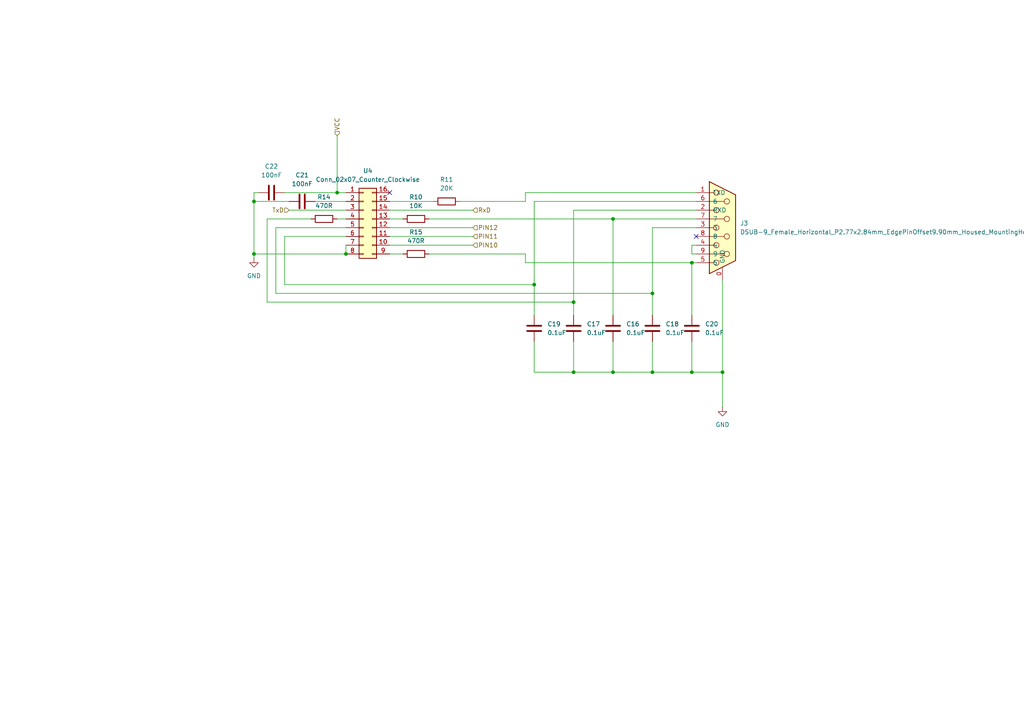
<source format=kicad_sch>
(kicad_sch (version 20250114) (generator "eeschema") (generator_version "9.0")
  (paper "A4")
  (lib_symbols
    (symbol "Connector_Generic:Conn_02x08_Counter_Clockwise" (pin_names (offset 1.016) (hide yes))
      (property "Reference" "J" (at 1.27 10.16 0))
      (property "Value" "Conn_02x08_Counter_Clockwise" (at 1.27 -12.7 0))
      (symbol "Conn_02x08_Counter_Clockwise_1_1"
        (rectangle (start -1.27 8.89) (end 3.81 -11.43) (stroke (width 0.254)) (fill (type background)))
        (rectangle (start -1.27 7.747) (end 0 7.493) (stroke (width 0.1524)))
        (rectangle (start -1.27 5.207) (end 0 4.953) (stroke (width 0.1524)))
        (rectangle (start -1.27 2.667) (end 0 2.413) (stroke (width 0.1524)))
        (rectangle (start -1.27 0.127) (end 0 -0.127) (stroke (width 0.1524)))
        (rectangle (start -1.27 -2.413) (end 0 -2.667) (stroke (width 0.1524)))
        (rectangle (start -1.27 -4.953) (end 0 -5.207) (stroke (width 0.1524)))
        (rectangle (start -1.27 -7.493) (end 0 -7.747) (stroke (width 0.1524)))
        (rectangle (start -1.27 -10.033) (end 0 -10.287) (stroke (width 0.1524)))
        (rectangle (start 3.81 7.747) (end 2.54 7.493) (stroke (width 0.1524)))
        (rectangle (start 3.81 5.207) (end 2.54 4.953) (stroke (width 0.1524)))
        (rectangle (start 3.81 2.667) (end 2.54 2.413) (stroke (width 0.1524)))
        (rectangle (start 3.81 0.127) (end 2.54 -0.127) (stroke (width 0.1524)))
        (rectangle (start 3.81 -2.413) (end 2.54 -2.667) (stroke (width 0.1524)))
        (rectangle (start 3.81 -4.953) (end 2.54 -5.207) (stroke (width 0.1524)))
        (rectangle (start 3.81 -7.493) (end 2.54 -7.747) (stroke (width 0.1524)))
        (rectangle (start 3.81 -10.033) (end 2.54 -10.287) (stroke (width 0.1524)))
        (pin passive line (at -5.08 7.62 0) (length 3.81) (name "Pin_1") (number "1"))
        (pin passive line (at -5.08 5.08 0) (length 3.81) (name "Pin_2") (number "2"))
        (pin passive line (at -5.08 2.54 0) (length 3.81) (name "Pin_3") (number "3"))
        (pin passive line (at -5.08 0 0) (length 3.81) (name "Pin_4") (number "4"))
        (pin passive line (at -5.08 -2.54 0) (length 3.81) (name "Pin_5") (number "5"))
        (pin passive line (at -5.08 -5.08 0) (length 3.81) (name "Pin_6") (number "6"))
        (pin passive line (at -5.08 -7.62 0) (length 3.81) (name "Pin_7") (number "7"))
        (pin passive line (at -5.08 -10.16 0) (length 3.81) (name "Pin_8") (number "8"))
        (pin passive line (at 7.62 7.62 180) (length 3.81) (name "Pin_16") (number "16"))
        (pin passive line (at 7.62 5.08 180) (length 3.81) (name "Pin_15") (number "15"))
        (pin passive line (at 7.62 2.54 180) (length 3.81) (name "Pin_14") (number "14"))
        (pin passive line (at 7.62 0 180) (length 3.81) (name "Pin_13") (number "13"))
        (pin passive line (at 7.62 -2.54 180) (length 3.81) (name "Pin_12") (number "12"))
        (pin passive line (at 7.62 -5.08 180) (length 3.81) (name "Pin_11") (number "11"))
        (pin passive line (at 7.62 -7.62 180) (length 3.81) (name "Pin_10") (number "10"))
        (pin passive line (at 7.62 -10.16 180) (length 3.81) (name "Pin_9") (number "9"))
      )
    )
    (symbol "Device:C" (pin_numbers (hide yes)) (pin_names (offset 0.254))
      (property "Reference" "C" (at 0.635 2.54 0))
      (property "Value" "C" (at 0.635 -2.54 0))
      (symbol "C_0_1"
        (polyline (pts (xy -2.032 0.762) (xy 2.032 0.762)) (stroke (width 0.508)))
        (polyline (pts (xy -2.032 -0.762) (xy 2.032 -0.762)) (stroke (width 0.508)))
      )
      (symbol "C_1_1"
        (pin passive line (at 0 3.81 270) (length 2.794) (name "~") (number "1"))
        (pin passive line (at 0 -3.81 90) (length 2.794) (name "~") (number "2"))
      )
    )
    (symbol "Device:R" (pin_numbers (hide yes)) (pin_names (offset 0))
      (property "Reference" "R" (at 2.032 0 90))
      (property "Value" "R" (at 0 0 90))
      (symbol "R_0_1"
        (rectangle (start -1.016 -2.54) (end 1.016 2.54) (stroke (width 0.254)))
      )
      (symbol "R_1_1"
        (pin passive line (at 0 3.81 270) (length 1.27) (name "~") (number "1"))
        (pin passive line (at 0 -3.81 90) (length 1.27) (name "~") (number "2"))
      )
    )
    (symbol "apc-custom:APC_smart_RS232_DE9_socket" (pin_names (offset 1.016))
      (property "Reference" "J" (at 0 16.51 0))
      (property "Value" "APC_smart_RS232_DE9_socket" (at 0 14.605 0))
      (symbol "APC_smart_RS232_DE9_socket_0_1"
        (polyline (pts (xy -3.81 13.335) (xy -3.81 -13.335) (xy 3.81 -9.525) (xy 3.81 9.525) (xy -3.81 13.335)) (stroke (width 0.254)) (fill (type background)))
        (polyline (pts (xy -3.81 10.16) (xy -2.54 10.16)))
        (polyline (pts (xy -3.81 7.62) (xy 0.508 7.62)))
        (polyline (pts (xy -3.81 5.08) (xy -2.54 5.08)))
        (polyline (pts (xy -3.81 2.54) (xy 0.508 2.54)))
        (polyline (pts (xy -3.81 0) (xy -2.54 0)))
        (polyline (pts (xy -3.81 -2.54) (xy 0.508 -2.54)))
        (polyline (pts (xy -3.81 -5.08) (xy -2.54 -5.08)))
        (polyline (pts (xy -3.81 -7.62) (xy 0.508 -7.62)))
        (polyline (pts (xy -3.81 -10.16) (xy -2.54 -10.16)))
        (circle (center -1.778 10.16) (radius 0.762))
        (circle (center -1.778 5.08) (radius 0.762))
        (circle (center -1.778 0) (radius 0.762))
        (circle (center -1.778 -5.08) (radius 0.762))
        (circle (center -1.778 -10.16) (radius 0.762))
        (circle (center 1.27 7.62) (radius 0.762))
        (circle (center 1.27 2.54) (radius 0.762))
        (circle (center 1.27 -2.54) (radius 0.762))
        (circle (center 1.27 -7.62) (radius 0.762))
      )
      (symbol "APC_smart_RS232_DE9_socket_1_1"
        (pin passive line (at -7.62 10.16 0) (length 3.81) (name "TXD") (number "1"))
        (pin passive line (at -7.62 7.62 0) (length 3.81) (name "6") (number "6"))
        (pin passive line (at -7.62 5.08 0) (length 3.81) (name "RXD") (number "2"))
        (pin passive line (at -7.62 2.54 0) (length 3.81) (name "7") (number "7"))
        (pin passive line (at -7.62 0 0) (length 3.81) (name "3") (number "3"))
        (pin passive line (at -7.62 -2.54 0) (length 3.81) (name "8") (number "8"))
        (pin passive line (at -7.62 -5.08 0) (length 3.81) (name "4") (number "4"))
        (pin passive line (at -7.62 -7.62 0) (length 3.81) (name "9") (number "9"))
        (pin passive line (at -7.62 -10.16 0) (length 3.81) (name "5") (number "5"))
        (pin passive line (at 0 -15.24 90) (length 3.81) (name "GND") (number "0"))
      )
    )
    (symbol "power:GND" (power) (pin_numbers (hide yes)) (pin_names (offset 0) (hide yes))
      (property "Value" "GND" (at 0 -3.81 0))
      (symbol "GND_0_1"
        (polyline (pts (xy 0 0) (xy 0 -1.27) (xy 1.27 -1.27) (xy 0 -2.54) (xy -1.27 -1.27) (xy 0 -1.27)))
      )
      (symbol "GND_1_1"
        (pin power_in line (at 0 0 270) (length 0) (name "~") (number "1"))
      )
    )
  )
  (junction (at 97.79 55.88))
  (junction (at 154.94 82.55))
  (junction (at 200.66 76.2))
  (junction (at 166.37 87.63))
  (junction (at 73.66 58.42))
  (junction (at 100.33 73.66))
  (junction (at 200.66 107.95))
  (junction (at 209.55 107.95))
  (junction (at 73.66 73.66))
  (junction (at 177.8 63.5))
  (junction (at 189.23 85.09))
  (junction (at 189.23 107.95))
  (junction (at 166.37 107.95))
  (junction (at 177.8 107.95))
  (no_connect (at 113.03 55.88))
  (no_connect (at 201.93 68.58))
  (wire (pts (xy 74.93 55.88) (xy 73.66 55.88)))
  (wire (pts (xy 209.55 81.28) (xy 209.55 107.95)))
  (wire (pts (xy 82.55 68.58) (xy 100.33 68.58)))
  (wire (pts (xy 113.03 58.42) (xy 125.73 58.42)))
  (wire (pts (xy 189.23 85.09) (xy 189.23 91.44)))
  (wire (pts (xy 113.03 73.66) (xy 116.84 73.66)))
  (wire (pts (xy 189.23 66.04) (xy 201.93 66.04)))
  (wire (pts (xy 166.37 87.63) (xy 166.37 91.44)))
  (wire (pts (xy 73.66 58.42) (xy 73.66 73.66)))
  (wire (pts (xy 200.66 71.12) (xy 200.66 73.66)))
  (wire (pts (xy 77.47 63.5) (xy 77.47 87.63)))
  (wire (pts (xy 97.79 39.37) (xy 97.79 55.88)))
  (wire (pts (xy 152.4 55.88) (xy 201.93 55.88)))
  (wire (pts (xy 91.44 58.42) (xy 100.33 58.42)))
  (wire (pts (xy 154.94 58.42) (xy 201.93 58.42)))
  (wire (pts (xy 97.79 55.88) (xy 100.33 55.88)))
  (wire (pts (xy 154.94 58.42) (xy 154.94 82.55)))
  (wire (pts (xy 200.66 107.95) (xy 209.55 107.95)))
  (wire (pts (xy 152.4 55.88) (xy 152.4 58.42)))
  (wire (pts (xy 124.46 73.66) (xy 152.4 73.66)))
  (wire (pts (xy 166.37 107.95) (xy 154.94 107.95)))
  (wire (pts (xy 166.37 99.06) (xy 166.37 107.95)))
  (wire (pts (xy 80.01 85.09) (xy 80.01 66.04)))
  (wire (pts (xy 177.8 63.5) (xy 177.8 91.44)))
  (wire (pts (xy 177.8 63.5) (xy 201.93 63.5)))
  (wire (pts (xy 152.4 73.66) (xy 152.4 76.2)))
  (wire (pts (xy 166.37 87.63) (xy 166.37 60.96)))
  (wire (pts (xy 77.47 87.63) (xy 166.37 87.63)))
  (wire (pts (xy 82.55 82.55) (xy 154.94 82.55)))
  (wire (pts (xy 82.55 55.88) (xy 97.79 55.88)))
  (wire (pts (xy 73.66 73.66) (xy 73.66 74.93)))
  (wire (pts (xy 124.46 63.5) (xy 177.8 63.5)))
  (wire (pts (xy 77.47 63.5) (xy 90.17 63.5)))
  (wire (pts (xy 154.94 82.55) (xy 154.94 91.44)))
  (wire (pts (xy 189.23 107.95) (xy 200.66 107.95)))
  (wire (pts (xy 83.82 60.96) (xy 100.33 60.96)))
  (wire (pts (xy 177.8 99.06) (xy 177.8 107.95)))
  (wire (pts (xy 200.66 76.2) (xy 152.4 76.2)))
  (wire (pts (xy 97.79 63.5) (xy 100.33 63.5)))
  (wire (pts (xy 189.23 66.04) (xy 189.23 85.09)))
  (wire (pts (xy 200.66 76.2) (xy 200.66 91.44)))
  (wire (pts (xy 113.03 71.12) (xy 137.16 71.12)))
  (wire (pts (xy 166.37 107.95) (xy 177.8 107.95)))
  (wire (pts (xy 209.55 118.11) (xy 209.55 107.95)))
  (wire (pts (xy 73.66 58.42) (xy 83.82 58.42)))
  (wire (pts (xy 80.01 85.09) (xy 189.23 85.09)))
  (wire (pts (xy 82.55 82.55) (xy 82.55 68.58)))
  (wire (pts (xy 100.33 71.12) (xy 100.33 73.66)))
  (wire (pts (xy 201.93 71.12) (xy 200.66 71.12)))
  (wire (pts (xy 200.66 76.2) (xy 201.93 76.2)))
  (wire (pts (xy 200.66 99.06) (xy 200.66 107.95)))
  (wire (pts (xy 113.03 60.96) (xy 137.16 60.96)))
  (wire (pts (xy 189.23 99.06) (xy 189.23 107.95)))
  (wire (pts (xy 80.01 66.04) (xy 100.33 66.04)))
  (wire (pts (xy 73.66 73.66) (xy 100.33 73.66)))
  (wire (pts (xy 177.8 107.95) (xy 189.23 107.95)))
  (wire (pts (xy 154.94 99.06) (xy 154.94 107.95)))
  (wire (pts (xy 113.03 68.58) (xy 137.16 68.58)))
  (wire (pts (xy 200.66 73.66) (xy 201.93 73.66)))
  (wire (pts (xy 166.37 60.96) (xy 201.93 60.96)))
  (wire (pts (xy 133.35 58.42) (xy 152.4 58.42)))
  (wire (pts (xy 113.03 63.5) (xy 116.84 63.5)))
  (wire (pts (xy 73.66 55.88) (xy 73.66 58.42)))
  (wire (pts (xy 113.03 66.04) (xy 137.16 66.04)))
  (hierarchical_label "PIN10" (shape input) (at 137.16 71.12 0))
  (hierarchical_label "PIN12" (shape input) (at 137.16 66.04 0))
  (hierarchical_label "TxD" (shape input) (at 83.82 60.96 180))
  (hierarchical_label "PIN11" (shape input) (at 137.16 68.58 0))
  (hierarchical_label "RxD" (shape input) (at 137.16 60.96 0))
  (hierarchical_label "VCC" (shape input) (at 97.79 39.37 90))
  (symbol (lib_id "Connector_Generic:Conn_02x08_Counter_Clockwise") (at 105.41 63.5 0) (unit 1)
    (property "Reference" "U4" (at 106.68 49.53 0))
    (property "Value" "Conn_02x07_Counter_Clockwise" (at 106.68 52.07 0))
    (property "Footprint" "Package_DIP:DIP-16_W7.62mm" (effects (hide yes)))
    (property "Description" "Generic connector, double row, 02x08, counter clockwise pin numbering scheme (similar to DIP package numbering), script generated (kicad-library-utils/schlib/autogen/connector/)" (effects (hide yes)))
  )
  (symbol (lib_id "Device:C") (at 166.37 95.25 180) (unit 1)
    (property "Reference" "C17" (at 170.18 93.9799 0) (effects (justify right)))
    (property "Value" "0.1uF" (at 170.18 96.5199 0) (effects (justify right)))
    (property "Footprint" "apc-custom:C_Tant_L9.0mm_W2.5mm_P7.50mm_MKT" (effects (hide yes)))
  )
  (symbol (lib_id "Device:R") (at 120.65 63.5 270) (unit 1)
    (property "Reference" "R10" (at 120.65 57.15 90))
    (property "Value" "10K" (at 120.65 59.69 90))
    (property "Footprint" "apc-custom:R_Axial_DIN0207_L6.3mm_D2.5mm_P10.16mm_Horizontal_Doublesided" (effects (hide yes)))
  )
  (symbol (lib_id "Device:C") (at 177.8 95.25 180) (unit 1)
    (property "Reference" "C16" (at 181.61 93.9799 0) (effects (justify right)))
    (property "Value" "0.1uF" (at 181.61 96.5199 0) (effects (justify right)))
    (property "Footprint" "apc-custom:C_Tant_L9.0mm_W2.5mm_P7.50mm_MKT" (effects (hide yes)))
  )
  (symbol (lib_id "power:GND") (at 73.66 74.93 0) (unit 1)
    (property "Reference" "#PWR012" (effects (hide yes)))
    (property "Value" "GND" (at 73.66 80.01 0))
    (property "Description" "Power symbol creates a global label with name \"GND\" , ground" (effects (hide yes)))
  )
  (symbol (lib_id "apc-custom:APC_smart_RS232_DE9_socket") (at 209.55 66.04 0) (unit 1)
    (property "Reference" "J3" (at 214.63 64.7699 0) (effects (justify left)))
    (property "Value" "DSUB-9_Female_Horizontal_P2.77x2.84mm_EdgePinOffset9.90mm_Housed_MountingHolesOffset11.32mm" (at 214.63 67.3099 0) (effects (justify left)))
    (property "Footprint" "Connector_Dsub:DSUB-9_Female_Horizontal_P2.77x2.84mm_EdgePinOffset9.90mm_Housed_MountingHolesOffset11.32mm" (effects (hide yes)))
    (property "Description" "9-pin D-SUB connector, socket (female), Mounting Hole" (effects (hide yes)))
  )
  (symbol (lib_id "Device:C") (at 154.94 95.25 180) (unit 1)
    (property "Reference" "C19" (at 158.75 93.9799 0) (effects (justify right)))
    (property "Value" "0.1uF" (at 158.75 96.5199 0) (effects (justify right)))
    (property "Footprint" "apc-custom:C_Tant_L9.0mm_W2.5mm_P7.50mm_MKT" (effects (hide yes)))
  )
  (symbol (lib_id "Device:C") (at 189.23 95.25 180) (unit 1)
    (property "Reference" "C18" (at 193.04 93.9799 0) (effects (justify right)))
    (property "Value" "0.1uF" (at 193.04 96.5199 0) (effects (justify right)))
    (property "Footprint" "apc-custom:C_Tant_L9.0mm_W2.5mm_P7.50mm_MKT" (effects (hide yes)))
  )
  (symbol (lib_id "Device:R") (at 93.98 63.5 270) (unit 1)
    (property "Reference" "R14" (at 93.98 57.15 90))
    (property "Value" "470R" (at 93.98 59.69 90))
    (property "Footprint" "apc-custom:R_Axial_DIN0207_L6.3mm_D2.5mm_P10.16mm_Horizontal_Doublesided" (effects (hide yes)))
  )
  (symbol (lib_id "Device:C") (at 200.66 95.25 180) (unit 1)
    (property "Reference" "C20" (at 204.47 93.9799 0) (effects (justify right)))
    (property "Value" "0.1uF" (at 204.47 96.5199 0) (effects (justify right)))
    (property "Footprint" "apc-custom:C_Tant_L9.0mm_W2.5mm_P7.50mm_MKT" (effects (hide yes)))
  )
  (symbol (lib_id "Device:C") (at 87.63 58.42 90) (unit 1)
    (property "Reference" "C21" (at 87.63 50.8 90))
    (property "Value" "100nF" (at 87.63 53.34 90))
    (property "Footprint" "apc-custom:C_Tant_L9.0mm_W2.5mm_P7.50mm_MKT" (effects (hide yes)))
  )
  (symbol (lib_id "Device:R") (at 120.65 73.66 90) (unit 1)
    (property "Reference" "R15" (at 120.65 67.31 90))
    (property "Value" "470R" (at 120.65 69.85 90))
    (property "Footprint" "apc-custom:R_Axial_DIN0207_L6.3mm_D2.5mm_P10.16mm_Horizontal_Doublesided" (effects (hide yes)))
  )
  (symbol (lib_id "Device:R") (at 129.54 58.42 90) (unit 1)
    (property "Reference" "R11" (at 129.54 52.07 90))
    (property "Value" "20K" (at 129.54 54.61 90))
    (property "Footprint" "apc-custom:R_Axial_DIN0207_L6.3mm_D2.5mm_P10.16mm_Horizontal_Doublesided" (effects (hide yes)))
  )
  (symbol (lib_id "power:GND") (at 209.55 118.11 0) (unit 1)
    (property "Reference" "#PWR014" (effects (hide yes)))
    (property "Value" "GND" (at 209.55 123.19 0))
    (property "Description" "Power symbol creates a global label with name \"GND\" , ground" (effects (hide yes)))
  )
  (symbol (lib_id "Device:C") (at 78.74 55.88 90) (unit 1)
    (property "Reference" "C22" (at 78.74 48.26 90))
    (property "Value" "100nF" (at 78.74 50.8 90))
    (property "Footprint" "apc-custom:C_Tant_L9.0mm_W2.5mm_P7.50mm_MKT" (effects (hide yes)))
  )
)
</source>
